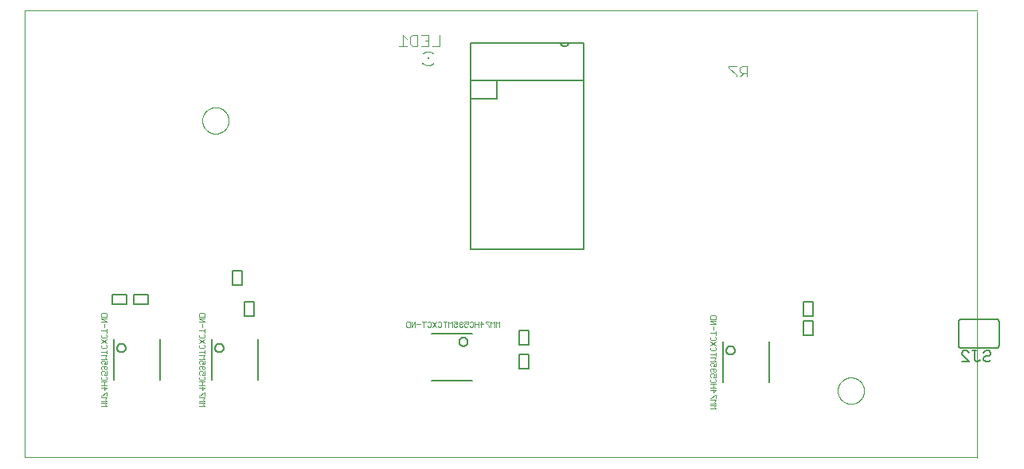
<source format=gbo>
G75*
%MOIN*%
%OFA0B0*%
%FSLAX25Y25*%
%IPPOS*%
%LPD*%
%AMOC8*
5,1,8,0,0,1.08239X$1,22.5*
%
%ADD10C,0.00000*%
%ADD11C,0.00400*%
%ADD12R,0.00787X0.00787*%
%ADD13R,0.00591X0.00984*%
%ADD14C,0.00600*%
%ADD15C,0.00200*%
%ADD16C,0.00500*%
D10*
X0001800Y0001200D02*
X0001800Y0188161D01*
X0400501Y0188161D01*
X0400661Y0187701D02*
X0400739Y0001000D01*
X0400501Y0001200D02*
X0001800Y0001200D01*
X0076288Y0142200D02*
X0076290Y0142348D01*
X0076296Y0142496D01*
X0076306Y0142644D01*
X0076320Y0142791D01*
X0076338Y0142938D01*
X0076359Y0143084D01*
X0076385Y0143230D01*
X0076415Y0143375D01*
X0076448Y0143519D01*
X0076486Y0143662D01*
X0076527Y0143804D01*
X0076572Y0143945D01*
X0076620Y0144085D01*
X0076673Y0144224D01*
X0076729Y0144361D01*
X0076789Y0144496D01*
X0076852Y0144630D01*
X0076919Y0144762D01*
X0076990Y0144892D01*
X0077064Y0145020D01*
X0077141Y0145146D01*
X0077222Y0145270D01*
X0077306Y0145392D01*
X0077393Y0145511D01*
X0077484Y0145628D01*
X0077578Y0145743D01*
X0077674Y0145855D01*
X0077774Y0145965D01*
X0077876Y0146071D01*
X0077982Y0146175D01*
X0078090Y0146276D01*
X0078201Y0146374D01*
X0078314Y0146470D01*
X0078430Y0146562D01*
X0078548Y0146651D01*
X0078669Y0146736D01*
X0078792Y0146819D01*
X0078917Y0146898D01*
X0079044Y0146974D01*
X0079173Y0147046D01*
X0079304Y0147115D01*
X0079437Y0147180D01*
X0079572Y0147241D01*
X0079708Y0147299D01*
X0079845Y0147354D01*
X0079984Y0147404D01*
X0080125Y0147451D01*
X0080266Y0147494D01*
X0080409Y0147534D01*
X0080553Y0147569D01*
X0080697Y0147601D01*
X0080843Y0147628D01*
X0080989Y0147652D01*
X0081136Y0147672D01*
X0081283Y0147688D01*
X0081430Y0147700D01*
X0081578Y0147708D01*
X0081726Y0147712D01*
X0081874Y0147712D01*
X0082022Y0147708D01*
X0082170Y0147700D01*
X0082317Y0147688D01*
X0082464Y0147672D01*
X0082611Y0147652D01*
X0082757Y0147628D01*
X0082903Y0147601D01*
X0083047Y0147569D01*
X0083191Y0147534D01*
X0083334Y0147494D01*
X0083475Y0147451D01*
X0083616Y0147404D01*
X0083755Y0147354D01*
X0083892Y0147299D01*
X0084028Y0147241D01*
X0084163Y0147180D01*
X0084296Y0147115D01*
X0084427Y0147046D01*
X0084556Y0146974D01*
X0084683Y0146898D01*
X0084808Y0146819D01*
X0084931Y0146736D01*
X0085052Y0146651D01*
X0085170Y0146562D01*
X0085286Y0146470D01*
X0085399Y0146374D01*
X0085510Y0146276D01*
X0085618Y0146175D01*
X0085724Y0146071D01*
X0085826Y0145965D01*
X0085926Y0145855D01*
X0086022Y0145743D01*
X0086116Y0145628D01*
X0086207Y0145511D01*
X0086294Y0145392D01*
X0086378Y0145270D01*
X0086459Y0145146D01*
X0086536Y0145020D01*
X0086610Y0144892D01*
X0086681Y0144762D01*
X0086748Y0144630D01*
X0086811Y0144496D01*
X0086871Y0144361D01*
X0086927Y0144224D01*
X0086980Y0144085D01*
X0087028Y0143945D01*
X0087073Y0143804D01*
X0087114Y0143662D01*
X0087152Y0143519D01*
X0087185Y0143375D01*
X0087215Y0143230D01*
X0087241Y0143084D01*
X0087262Y0142938D01*
X0087280Y0142791D01*
X0087294Y0142644D01*
X0087304Y0142496D01*
X0087310Y0142348D01*
X0087312Y0142200D01*
X0087310Y0142052D01*
X0087304Y0141904D01*
X0087294Y0141756D01*
X0087280Y0141609D01*
X0087262Y0141462D01*
X0087241Y0141316D01*
X0087215Y0141170D01*
X0087185Y0141025D01*
X0087152Y0140881D01*
X0087114Y0140738D01*
X0087073Y0140596D01*
X0087028Y0140455D01*
X0086980Y0140315D01*
X0086927Y0140176D01*
X0086871Y0140039D01*
X0086811Y0139904D01*
X0086748Y0139770D01*
X0086681Y0139638D01*
X0086610Y0139508D01*
X0086536Y0139380D01*
X0086459Y0139254D01*
X0086378Y0139130D01*
X0086294Y0139008D01*
X0086207Y0138889D01*
X0086116Y0138772D01*
X0086022Y0138657D01*
X0085926Y0138545D01*
X0085826Y0138435D01*
X0085724Y0138329D01*
X0085618Y0138225D01*
X0085510Y0138124D01*
X0085399Y0138026D01*
X0085286Y0137930D01*
X0085170Y0137838D01*
X0085052Y0137749D01*
X0084931Y0137664D01*
X0084808Y0137581D01*
X0084683Y0137502D01*
X0084556Y0137426D01*
X0084427Y0137354D01*
X0084296Y0137285D01*
X0084163Y0137220D01*
X0084028Y0137159D01*
X0083892Y0137101D01*
X0083755Y0137046D01*
X0083616Y0136996D01*
X0083475Y0136949D01*
X0083334Y0136906D01*
X0083191Y0136866D01*
X0083047Y0136831D01*
X0082903Y0136799D01*
X0082757Y0136772D01*
X0082611Y0136748D01*
X0082464Y0136728D01*
X0082317Y0136712D01*
X0082170Y0136700D01*
X0082022Y0136692D01*
X0081874Y0136688D01*
X0081726Y0136688D01*
X0081578Y0136692D01*
X0081430Y0136700D01*
X0081283Y0136712D01*
X0081136Y0136728D01*
X0080989Y0136748D01*
X0080843Y0136772D01*
X0080697Y0136799D01*
X0080553Y0136831D01*
X0080409Y0136866D01*
X0080266Y0136906D01*
X0080125Y0136949D01*
X0079984Y0136996D01*
X0079845Y0137046D01*
X0079708Y0137101D01*
X0079572Y0137159D01*
X0079437Y0137220D01*
X0079304Y0137285D01*
X0079173Y0137354D01*
X0079044Y0137426D01*
X0078917Y0137502D01*
X0078792Y0137581D01*
X0078669Y0137664D01*
X0078548Y0137749D01*
X0078430Y0137838D01*
X0078314Y0137930D01*
X0078201Y0138026D01*
X0078090Y0138124D01*
X0077982Y0138225D01*
X0077876Y0138329D01*
X0077774Y0138435D01*
X0077674Y0138545D01*
X0077578Y0138657D01*
X0077484Y0138772D01*
X0077393Y0138889D01*
X0077306Y0139008D01*
X0077222Y0139130D01*
X0077141Y0139254D01*
X0077064Y0139380D01*
X0076990Y0139508D01*
X0076919Y0139638D01*
X0076852Y0139770D01*
X0076789Y0139904D01*
X0076729Y0140039D01*
X0076673Y0140176D01*
X0076620Y0140315D01*
X0076572Y0140455D01*
X0076527Y0140596D01*
X0076486Y0140738D01*
X0076448Y0140881D01*
X0076415Y0141025D01*
X0076385Y0141170D01*
X0076359Y0141316D01*
X0076338Y0141462D01*
X0076320Y0141609D01*
X0076306Y0141756D01*
X0076296Y0141904D01*
X0076290Y0142052D01*
X0076288Y0142200D01*
X0342288Y0029100D02*
X0342290Y0029248D01*
X0342296Y0029396D01*
X0342306Y0029544D01*
X0342320Y0029691D01*
X0342338Y0029838D01*
X0342359Y0029984D01*
X0342385Y0030130D01*
X0342415Y0030275D01*
X0342448Y0030419D01*
X0342486Y0030562D01*
X0342527Y0030704D01*
X0342572Y0030845D01*
X0342620Y0030985D01*
X0342673Y0031124D01*
X0342729Y0031261D01*
X0342789Y0031396D01*
X0342852Y0031530D01*
X0342919Y0031662D01*
X0342990Y0031792D01*
X0343064Y0031920D01*
X0343141Y0032046D01*
X0343222Y0032170D01*
X0343306Y0032292D01*
X0343393Y0032411D01*
X0343484Y0032528D01*
X0343578Y0032643D01*
X0343674Y0032755D01*
X0343774Y0032865D01*
X0343876Y0032971D01*
X0343982Y0033075D01*
X0344090Y0033176D01*
X0344201Y0033274D01*
X0344314Y0033370D01*
X0344430Y0033462D01*
X0344548Y0033551D01*
X0344669Y0033636D01*
X0344792Y0033719D01*
X0344917Y0033798D01*
X0345044Y0033874D01*
X0345173Y0033946D01*
X0345304Y0034015D01*
X0345437Y0034080D01*
X0345572Y0034141D01*
X0345708Y0034199D01*
X0345845Y0034254D01*
X0345984Y0034304D01*
X0346125Y0034351D01*
X0346266Y0034394D01*
X0346409Y0034434D01*
X0346553Y0034469D01*
X0346697Y0034501D01*
X0346843Y0034528D01*
X0346989Y0034552D01*
X0347136Y0034572D01*
X0347283Y0034588D01*
X0347430Y0034600D01*
X0347578Y0034608D01*
X0347726Y0034612D01*
X0347874Y0034612D01*
X0348022Y0034608D01*
X0348170Y0034600D01*
X0348317Y0034588D01*
X0348464Y0034572D01*
X0348611Y0034552D01*
X0348757Y0034528D01*
X0348903Y0034501D01*
X0349047Y0034469D01*
X0349191Y0034434D01*
X0349334Y0034394D01*
X0349475Y0034351D01*
X0349616Y0034304D01*
X0349755Y0034254D01*
X0349892Y0034199D01*
X0350028Y0034141D01*
X0350163Y0034080D01*
X0350296Y0034015D01*
X0350427Y0033946D01*
X0350556Y0033874D01*
X0350683Y0033798D01*
X0350808Y0033719D01*
X0350931Y0033636D01*
X0351052Y0033551D01*
X0351170Y0033462D01*
X0351286Y0033370D01*
X0351399Y0033274D01*
X0351510Y0033176D01*
X0351618Y0033075D01*
X0351724Y0032971D01*
X0351826Y0032865D01*
X0351926Y0032755D01*
X0352022Y0032643D01*
X0352116Y0032528D01*
X0352207Y0032411D01*
X0352294Y0032292D01*
X0352378Y0032170D01*
X0352459Y0032046D01*
X0352536Y0031920D01*
X0352610Y0031792D01*
X0352681Y0031662D01*
X0352748Y0031530D01*
X0352811Y0031396D01*
X0352871Y0031261D01*
X0352927Y0031124D01*
X0352980Y0030985D01*
X0353028Y0030845D01*
X0353073Y0030704D01*
X0353114Y0030562D01*
X0353152Y0030419D01*
X0353185Y0030275D01*
X0353215Y0030130D01*
X0353241Y0029984D01*
X0353262Y0029838D01*
X0353280Y0029691D01*
X0353294Y0029544D01*
X0353304Y0029396D01*
X0353310Y0029248D01*
X0353312Y0029100D01*
X0353310Y0028952D01*
X0353304Y0028804D01*
X0353294Y0028656D01*
X0353280Y0028509D01*
X0353262Y0028362D01*
X0353241Y0028216D01*
X0353215Y0028070D01*
X0353185Y0027925D01*
X0353152Y0027781D01*
X0353114Y0027638D01*
X0353073Y0027496D01*
X0353028Y0027355D01*
X0352980Y0027215D01*
X0352927Y0027076D01*
X0352871Y0026939D01*
X0352811Y0026804D01*
X0352748Y0026670D01*
X0352681Y0026538D01*
X0352610Y0026408D01*
X0352536Y0026280D01*
X0352459Y0026154D01*
X0352378Y0026030D01*
X0352294Y0025908D01*
X0352207Y0025789D01*
X0352116Y0025672D01*
X0352022Y0025557D01*
X0351926Y0025445D01*
X0351826Y0025335D01*
X0351724Y0025229D01*
X0351618Y0025125D01*
X0351510Y0025024D01*
X0351399Y0024926D01*
X0351286Y0024830D01*
X0351170Y0024738D01*
X0351052Y0024649D01*
X0350931Y0024564D01*
X0350808Y0024481D01*
X0350683Y0024402D01*
X0350556Y0024326D01*
X0350427Y0024254D01*
X0350296Y0024185D01*
X0350163Y0024120D01*
X0350028Y0024059D01*
X0349892Y0024001D01*
X0349755Y0023946D01*
X0349616Y0023896D01*
X0349475Y0023849D01*
X0349334Y0023806D01*
X0349191Y0023766D01*
X0349047Y0023731D01*
X0348903Y0023699D01*
X0348757Y0023672D01*
X0348611Y0023648D01*
X0348464Y0023628D01*
X0348317Y0023612D01*
X0348170Y0023600D01*
X0348022Y0023592D01*
X0347874Y0023588D01*
X0347726Y0023588D01*
X0347578Y0023592D01*
X0347430Y0023600D01*
X0347283Y0023612D01*
X0347136Y0023628D01*
X0346989Y0023648D01*
X0346843Y0023672D01*
X0346697Y0023699D01*
X0346553Y0023731D01*
X0346409Y0023766D01*
X0346266Y0023806D01*
X0346125Y0023849D01*
X0345984Y0023896D01*
X0345845Y0023946D01*
X0345708Y0024001D01*
X0345572Y0024059D01*
X0345437Y0024120D01*
X0345304Y0024185D01*
X0345173Y0024254D01*
X0345044Y0024326D01*
X0344917Y0024402D01*
X0344792Y0024481D01*
X0344669Y0024564D01*
X0344548Y0024649D01*
X0344430Y0024738D01*
X0344314Y0024830D01*
X0344201Y0024926D01*
X0344090Y0025024D01*
X0343982Y0025125D01*
X0343876Y0025229D01*
X0343774Y0025335D01*
X0343674Y0025445D01*
X0343578Y0025557D01*
X0343484Y0025672D01*
X0343393Y0025789D01*
X0343306Y0025908D01*
X0343222Y0026030D01*
X0343141Y0026154D01*
X0343064Y0026280D01*
X0342990Y0026408D01*
X0342919Y0026538D01*
X0342852Y0026670D01*
X0342789Y0026804D01*
X0342729Y0026939D01*
X0342673Y0027076D01*
X0342620Y0027215D01*
X0342572Y0027355D01*
X0342527Y0027496D01*
X0342486Y0027638D01*
X0342448Y0027781D01*
X0342415Y0027925D01*
X0342385Y0028070D01*
X0342359Y0028216D01*
X0342338Y0028362D01*
X0342320Y0028509D01*
X0342306Y0028656D01*
X0342296Y0028804D01*
X0342290Y0028952D01*
X0342288Y0029100D01*
D11*
X0304408Y0160500D02*
X0304408Y0165104D01*
X0302106Y0165104D01*
X0301339Y0164337D01*
X0301339Y0162802D01*
X0302106Y0162035D01*
X0304408Y0162035D01*
X0302873Y0162035D02*
X0301339Y0160500D01*
X0299804Y0160500D02*
X0299804Y0161267D01*
X0296735Y0164337D01*
X0296735Y0165104D01*
X0299804Y0165104D01*
X0175600Y0173400D02*
X0172531Y0173400D01*
X0170996Y0173400D02*
X0167927Y0173400D01*
X0166392Y0173400D02*
X0164090Y0173400D01*
X0163323Y0174167D01*
X0163323Y0177237D01*
X0164090Y0178004D01*
X0166392Y0178004D01*
X0166392Y0173400D01*
X0169461Y0175702D02*
X0170996Y0175702D01*
X0170996Y0178004D02*
X0170996Y0173400D01*
X0175600Y0173400D02*
X0175600Y0178004D01*
X0170996Y0178004D02*
X0167927Y0178004D01*
X0161788Y0176469D02*
X0160254Y0178004D01*
X0160254Y0173400D01*
X0161788Y0173400D02*
X0158719Y0173400D01*
X0168635Y0170168D02*
X0168708Y0170245D01*
X0168783Y0170320D01*
X0168861Y0170391D01*
X0168942Y0170460D01*
X0169025Y0170526D01*
X0169110Y0170589D01*
X0169198Y0170648D01*
X0169287Y0170705D01*
X0169379Y0170758D01*
X0169473Y0170808D01*
X0169568Y0170854D01*
X0169665Y0170897D01*
X0169763Y0170936D01*
X0169863Y0170972D01*
X0169964Y0171004D01*
X0170066Y0171032D01*
X0170169Y0171057D01*
X0170273Y0171078D01*
X0170378Y0171095D01*
X0170483Y0171109D01*
X0170588Y0171118D01*
X0170694Y0171124D01*
X0170800Y0171126D01*
X0170906Y0171124D01*
X0171012Y0171118D01*
X0171117Y0171109D01*
X0171222Y0171095D01*
X0171327Y0171078D01*
X0171431Y0171057D01*
X0171534Y0171032D01*
X0171636Y0171004D01*
X0171737Y0170972D01*
X0171837Y0170936D01*
X0171935Y0170897D01*
X0172032Y0170854D01*
X0172127Y0170808D01*
X0172221Y0170758D01*
X0172313Y0170705D01*
X0172402Y0170648D01*
X0172490Y0170589D01*
X0172575Y0170526D01*
X0172658Y0170460D01*
X0172739Y0170391D01*
X0172817Y0170320D01*
X0172892Y0170245D01*
X0172965Y0170168D01*
X0172965Y0166232D02*
X0172892Y0166155D01*
X0172817Y0166080D01*
X0172739Y0166009D01*
X0172658Y0165940D01*
X0172575Y0165874D01*
X0172490Y0165811D01*
X0172402Y0165752D01*
X0172313Y0165695D01*
X0172221Y0165642D01*
X0172127Y0165592D01*
X0172032Y0165546D01*
X0171935Y0165503D01*
X0171837Y0165464D01*
X0171737Y0165428D01*
X0171636Y0165396D01*
X0171534Y0165368D01*
X0171431Y0165343D01*
X0171327Y0165322D01*
X0171222Y0165305D01*
X0171117Y0165291D01*
X0171012Y0165282D01*
X0170906Y0165276D01*
X0170800Y0165274D01*
X0170694Y0165276D01*
X0170588Y0165282D01*
X0170483Y0165291D01*
X0170378Y0165305D01*
X0170273Y0165322D01*
X0170169Y0165343D01*
X0170066Y0165368D01*
X0169964Y0165396D01*
X0169863Y0165428D01*
X0169763Y0165464D01*
X0169665Y0165503D01*
X0169568Y0165546D01*
X0169473Y0165592D01*
X0169379Y0165642D01*
X0169287Y0165695D01*
X0169198Y0165752D01*
X0169110Y0165811D01*
X0169025Y0165874D01*
X0168942Y0165940D01*
X0168861Y0166009D01*
X0168783Y0166080D01*
X0168708Y0166155D01*
X0168635Y0166232D01*
D12*
X0170800Y0168200D03*
D13*
X0168733Y0165936D03*
D14*
X0393800Y0059100D02*
X0408800Y0059100D01*
X0408860Y0059098D01*
X0408921Y0059093D01*
X0408980Y0059084D01*
X0409039Y0059071D01*
X0409098Y0059055D01*
X0409155Y0059035D01*
X0409210Y0059012D01*
X0409265Y0058985D01*
X0409317Y0058956D01*
X0409368Y0058923D01*
X0409417Y0058887D01*
X0409463Y0058849D01*
X0409507Y0058807D01*
X0409549Y0058763D01*
X0409587Y0058717D01*
X0409623Y0058668D01*
X0409656Y0058617D01*
X0409685Y0058565D01*
X0409712Y0058510D01*
X0409735Y0058455D01*
X0409755Y0058398D01*
X0409771Y0058339D01*
X0409784Y0058280D01*
X0409793Y0058221D01*
X0409798Y0058160D01*
X0409800Y0058100D01*
X0409800Y0048100D01*
X0409798Y0048040D01*
X0409793Y0047979D01*
X0409784Y0047920D01*
X0409771Y0047861D01*
X0409755Y0047802D01*
X0409735Y0047745D01*
X0409712Y0047690D01*
X0409685Y0047635D01*
X0409656Y0047583D01*
X0409623Y0047532D01*
X0409587Y0047483D01*
X0409549Y0047437D01*
X0409507Y0047393D01*
X0409463Y0047351D01*
X0409417Y0047313D01*
X0409368Y0047277D01*
X0409317Y0047244D01*
X0409265Y0047215D01*
X0409210Y0047188D01*
X0409155Y0047165D01*
X0409098Y0047145D01*
X0409039Y0047129D01*
X0408980Y0047116D01*
X0408921Y0047107D01*
X0408860Y0047102D01*
X0408800Y0047100D01*
X0393800Y0047100D01*
X0393740Y0047102D01*
X0393679Y0047107D01*
X0393620Y0047116D01*
X0393561Y0047129D01*
X0393502Y0047145D01*
X0393445Y0047165D01*
X0393390Y0047188D01*
X0393335Y0047215D01*
X0393283Y0047244D01*
X0393232Y0047277D01*
X0393183Y0047313D01*
X0393137Y0047351D01*
X0393093Y0047393D01*
X0393051Y0047437D01*
X0393013Y0047483D01*
X0392977Y0047532D01*
X0392944Y0047583D01*
X0392915Y0047635D01*
X0392888Y0047690D01*
X0392865Y0047745D01*
X0392845Y0047802D01*
X0392829Y0047861D01*
X0392816Y0047920D01*
X0392807Y0047979D01*
X0392802Y0048040D01*
X0392800Y0048100D01*
X0392800Y0058100D01*
X0392802Y0058160D01*
X0392807Y0058221D01*
X0392816Y0058280D01*
X0392829Y0058339D01*
X0392845Y0058398D01*
X0392865Y0058455D01*
X0392888Y0058510D01*
X0392915Y0058565D01*
X0392944Y0058617D01*
X0392977Y0058668D01*
X0393013Y0058717D01*
X0393051Y0058763D01*
X0393093Y0058807D01*
X0393137Y0058849D01*
X0393183Y0058887D01*
X0393232Y0058923D01*
X0393283Y0058956D01*
X0393335Y0058985D01*
X0393390Y0059012D01*
X0393445Y0059035D01*
X0393502Y0059055D01*
X0393561Y0059071D01*
X0393620Y0059084D01*
X0393679Y0059093D01*
X0393740Y0059098D01*
X0393800Y0059100D01*
X0313602Y0049794D02*
X0313602Y0032705D01*
X0294097Y0032705D02*
X0294097Y0049794D01*
X0295600Y0046000D02*
X0295602Y0046084D01*
X0295608Y0046169D01*
X0295618Y0046252D01*
X0295632Y0046336D01*
X0295649Y0046418D01*
X0295671Y0046500D01*
X0295696Y0046580D01*
X0295725Y0046659D01*
X0295758Y0046737D01*
X0295794Y0046813D01*
X0295834Y0046888D01*
X0295878Y0046960D01*
X0295924Y0047031D01*
X0295974Y0047099D01*
X0296027Y0047164D01*
X0296083Y0047227D01*
X0296142Y0047288D01*
X0296204Y0047345D01*
X0296268Y0047400D01*
X0296335Y0047451D01*
X0296404Y0047500D01*
X0296476Y0047545D01*
X0296549Y0047586D01*
X0296624Y0047624D01*
X0296701Y0047659D01*
X0296780Y0047690D01*
X0296860Y0047717D01*
X0296941Y0047740D01*
X0297023Y0047760D01*
X0297106Y0047776D01*
X0297189Y0047788D01*
X0297274Y0047796D01*
X0297358Y0047800D01*
X0297442Y0047800D01*
X0297526Y0047796D01*
X0297611Y0047788D01*
X0297694Y0047776D01*
X0297777Y0047760D01*
X0297859Y0047740D01*
X0297940Y0047717D01*
X0298020Y0047690D01*
X0298099Y0047659D01*
X0298176Y0047624D01*
X0298251Y0047586D01*
X0298324Y0047545D01*
X0298396Y0047500D01*
X0298465Y0047451D01*
X0298532Y0047400D01*
X0298596Y0047345D01*
X0298658Y0047288D01*
X0298717Y0047227D01*
X0298773Y0047164D01*
X0298826Y0047099D01*
X0298876Y0047031D01*
X0298922Y0046960D01*
X0298966Y0046888D01*
X0299006Y0046813D01*
X0299042Y0046737D01*
X0299075Y0046659D01*
X0299104Y0046580D01*
X0299129Y0046500D01*
X0299151Y0046418D01*
X0299168Y0046336D01*
X0299182Y0046252D01*
X0299192Y0046169D01*
X0299198Y0046084D01*
X0299200Y0046000D01*
X0299198Y0045916D01*
X0299192Y0045831D01*
X0299182Y0045748D01*
X0299168Y0045664D01*
X0299151Y0045582D01*
X0299129Y0045500D01*
X0299104Y0045420D01*
X0299075Y0045341D01*
X0299042Y0045263D01*
X0299006Y0045187D01*
X0298966Y0045112D01*
X0298922Y0045040D01*
X0298876Y0044969D01*
X0298826Y0044901D01*
X0298773Y0044836D01*
X0298717Y0044773D01*
X0298658Y0044712D01*
X0298596Y0044655D01*
X0298532Y0044600D01*
X0298465Y0044549D01*
X0298396Y0044500D01*
X0298324Y0044455D01*
X0298251Y0044414D01*
X0298176Y0044376D01*
X0298099Y0044341D01*
X0298020Y0044310D01*
X0297940Y0044283D01*
X0297859Y0044260D01*
X0297777Y0044240D01*
X0297694Y0044224D01*
X0297611Y0044212D01*
X0297526Y0044204D01*
X0297442Y0044200D01*
X0297358Y0044200D01*
X0297274Y0044204D01*
X0297189Y0044212D01*
X0297106Y0044224D01*
X0297023Y0044240D01*
X0296941Y0044260D01*
X0296860Y0044283D01*
X0296780Y0044310D01*
X0296701Y0044341D01*
X0296624Y0044376D01*
X0296549Y0044414D01*
X0296476Y0044455D01*
X0296404Y0044500D01*
X0296335Y0044549D01*
X0296268Y0044600D01*
X0296204Y0044655D01*
X0296142Y0044712D01*
X0296083Y0044773D01*
X0296027Y0044836D01*
X0295974Y0044901D01*
X0295924Y0044969D01*
X0295878Y0045040D01*
X0295834Y0045112D01*
X0295794Y0045187D01*
X0295758Y0045263D01*
X0295725Y0045341D01*
X0295696Y0045420D01*
X0295671Y0045500D01*
X0295649Y0045582D01*
X0295632Y0045664D01*
X0295618Y0045748D01*
X0295608Y0045831D01*
X0295602Y0045916D01*
X0295600Y0046000D01*
X0189394Y0052903D02*
X0172305Y0052903D01*
X0183800Y0049600D02*
X0183802Y0049684D01*
X0183808Y0049769D01*
X0183818Y0049852D01*
X0183832Y0049936D01*
X0183849Y0050018D01*
X0183871Y0050100D01*
X0183896Y0050180D01*
X0183925Y0050259D01*
X0183958Y0050337D01*
X0183994Y0050413D01*
X0184034Y0050488D01*
X0184078Y0050560D01*
X0184124Y0050631D01*
X0184174Y0050699D01*
X0184227Y0050764D01*
X0184283Y0050827D01*
X0184342Y0050888D01*
X0184404Y0050945D01*
X0184468Y0051000D01*
X0184535Y0051051D01*
X0184604Y0051100D01*
X0184676Y0051145D01*
X0184749Y0051186D01*
X0184824Y0051224D01*
X0184901Y0051259D01*
X0184980Y0051290D01*
X0185060Y0051317D01*
X0185141Y0051340D01*
X0185223Y0051360D01*
X0185306Y0051376D01*
X0185389Y0051388D01*
X0185474Y0051396D01*
X0185558Y0051400D01*
X0185642Y0051400D01*
X0185726Y0051396D01*
X0185811Y0051388D01*
X0185894Y0051376D01*
X0185977Y0051360D01*
X0186059Y0051340D01*
X0186140Y0051317D01*
X0186220Y0051290D01*
X0186299Y0051259D01*
X0186376Y0051224D01*
X0186451Y0051186D01*
X0186524Y0051145D01*
X0186596Y0051100D01*
X0186665Y0051051D01*
X0186732Y0051000D01*
X0186796Y0050945D01*
X0186858Y0050888D01*
X0186917Y0050827D01*
X0186973Y0050764D01*
X0187026Y0050699D01*
X0187076Y0050631D01*
X0187122Y0050560D01*
X0187166Y0050488D01*
X0187206Y0050413D01*
X0187242Y0050337D01*
X0187275Y0050259D01*
X0187304Y0050180D01*
X0187329Y0050100D01*
X0187351Y0050018D01*
X0187368Y0049936D01*
X0187382Y0049852D01*
X0187392Y0049769D01*
X0187398Y0049684D01*
X0187400Y0049600D01*
X0187398Y0049516D01*
X0187392Y0049431D01*
X0187382Y0049348D01*
X0187368Y0049264D01*
X0187351Y0049182D01*
X0187329Y0049100D01*
X0187304Y0049020D01*
X0187275Y0048941D01*
X0187242Y0048863D01*
X0187206Y0048787D01*
X0187166Y0048712D01*
X0187122Y0048640D01*
X0187076Y0048569D01*
X0187026Y0048501D01*
X0186973Y0048436D01*
X0186917Y0048373D01*
X0186858Y0048312D01*
X0186796Y0048255D01*
X0186732Y0048200D01*
X0186665Y0048149D01*
X0186596Y0048100D01*
X0186524Y0048055D01*
X0186451Y0048014D01*
X0186376Y0047976D01*
X0186299Y0047941D01*
X0186220Y0047910D01*
X0186140Y0047883D01*
X0186059Y0047860D01*
X0185977Y0047840D01*
X0185894Y0047824D01*
X0185811Y0047812D01*
X0185726Y0047804D01*
X0185642Y0047800D01*
X0185558Y0047800D01*
X0185474Y0047804D01*
X0185389Y0047812D01*
X0185306Y0047824D01*
X0185223Y0047840D01*
X0185141Y0047860D01*
X0185060Y0047883D01*
X0184980Y0047910D01*
X0184901Y0047941D01*
X0184824Y0047976D01*
X0184749Y0048014D01*
X0184676Y0048055D01*
X0184604Y0048100D01*
X0184535Y0048149D01*
X0184468Y0048200D01*
X0184404Y0048255D01*
X0184342Y0048312D01*
X0184283Y0048373D01*
X0184227Y0048436D01*
X0184174Y0048501D01*
X0184124Y0048569D01*
X0184078Y0048640D01*
X0184034Y0048712D01*
X0183994Y0048787D01*
X0183958Y0048863D01*
X0183925Y0048941D01*
X0183896Y0049020D01*
X0183871Y0049100D01*
X0183849Y0049182D01*
X0183832Y0049264D01*
X0183818Y0049348D01*
X0183808Y0049431D01*
X0183802Y0049516D01*
X0183800Y0049600D01*
X0189394Y0033398D02*
X0172305Y0033398D01*
X0099602Y0033705D02*
X0099602Y0050794D01*
X0081600Y0047000D02*
X0081602Y0047084D01*
X0081608Y0047169D01*
X0081618Y0047252D01*
X0081632Y0047336D01*
X0081649Y0047418D01*
X0081671Y0047500D01*
X0081696Y0047580D01*
X0081725Y0047659D01*
X0081758Y0047737D01*
X0081794Y0047813D01*
X0081834Y0047888D01*
X0081878Y0047960D01*
X0081924Y0048031D01*
X0081974Y0048099D01*
X0082027Y0048164D01*
X0082083Y0048227D01*
X0082142Y0048288D01*
X0082204Y0048345D01*
X0082268Y0048400D01*
X0082335Y0048451D01*
X0082404Y0048500D01*
X0082476Y0048545D01*
X0082549Y0048586D01*
X0082624Y0048624D01*
X0082701Y0048659D01*
X0082780Y0048690D01*
X0082860Y0048717D01*
X0082941Y0048740D01*
X0083023Y0048760D01*
X0083106Y0048776D01*
X0083189Y0048788D01*
X0083274Y0048796D01*
X0083358Y0048800D01*
X0083442Y0048800D01*
X0083526Y0048796D01*
X0083611Y0048788D01*
X0083694Y0048776D01*
X0083777Y0048760D01*
X0083859Y0048740D01*
X0083940Y0048717D01*
X0084020Y0048690D01*
X0084099Y0048659D01*
X0084176Y0048624D01*
X0084251Y0048586D01*
X0084324Y0048545D01*
X0084396Y0048500D01*
X0084465Y0048451D01*
X0084532Y0048400D01*
X0084596Y0048345D01*
X0084658Y0048288D01*
X0084717Y0048227D01*
X0084773Y0048164D01*
X0084826Y0048099D01*
X0084876Y0048031D01*
X0084922Y0047960D01*
X0084966Y0047888D01*
X0085006Y0047813D01*
X0085042Y0047737D01*
X0085075Y0047659D01*
X0085104Y0047580D01*
X0085129Y0047500D01*
X0085151Y0047418D01*
X0085168Y0047336D01*
X0085182Y0047252D01*
X0085192Y0047169D01*
X0085198Y0047084D01*
X0085200Y0047000D01*
X0085198Y0046916D01*
X0085192Y0046831D01*
X0085182Y0046748D01*
X0085168Y0046664D01*
X0085151Y0046582D01*
X0085129Y0046500D01*
X0085104Y0046420D01*
X0085075Y0046341D01*
X0085042Y0046263D01*
X0085006Y0046187D01*
X0084966Y0046112D01*
X0084922Y0046040D01*
X0084876Y0045969D01*
X0084826Y0045901D01*
X0084773Y0045836D01*
X0084717Y0045773D01*
X0084658Y0045712D01*
X0084596Y0045655D01*
X0084532Y0045600D01*
X0084465Y0045549D01*
X0084396Y0045500D01*
X0084324Y0045455D01*
X0084251Y0045414D01*
X0084176Y0045376D01*
X0084099Y0045341D01*
X0084020Y0045310D01*
X0083940Y0045283D01*
X0083859Y0045260D01*
X0083777Y0045240D01*
X0083694Y0045224D01*
X0083611Y0045212D01*
X0083526Y0045204D01*
X0083442Y0045200D01*
X0083358Y0045200D01*
X0083274Y0045204D01*
X0083189Y0045212D01*
X0083106Y0045224D01*
X0083023Y0045240D01*
X0082941Y0045260D01*
X0082860Y0045283D01*
X0082780Y0045310D01*
X0082701Y0045341D01*
X0082624Y0045376D01*
X0082549Y0045414D01*
X0082476Y0045455D01*
X0082404Y0045500D01*
X0082335Y0045549D01*
X0082268Y0045600D01*
X0082204Y0045655D01*
X0082142Y0045712D01*
X0082083Y0045773D01*
X0082027Y0045836D01*
X0081974Y0045901D01*
X0081924Y0045969D01*
X0081878Y0046040D01*
X0081834Y0046112D01*
X0081794Y0046187D01*
X0081758Y0046263D01*
X0081725Y0046341D01*
X0081696Y0046420D01*
X0081671Y0046500D01*
X0081649Y0046582D01*
X0081632Y0046664D01*
X0081618Y0046748D01*
X0081608Y0046831D01*
X0081602Y0046916D01*
X0081600Y0047000D01*
X0080097Y0050794D02*
X0080097Y0033705D01*
X0058602Y0033705D02*
X0058602Y0050794D01*
X0040600Y0047000D02*
X0040602Y0047084D01*
X0040608Y0047169D01*
X0040618Y0047252D01*
X0040632Y0047336D01*
X0040649Y0047418D01*
X0040671Y0047500D01*
X0040696Y0047580D01*
X0040725Y0047659D01*
X0040758Y0047737D01*
X0040794Y0047813D01*
X0040834Y0047888D01*
X0040878Y0047960D01*
X0040924Y0048031D01*
X0040974Y0048099D01*
X0041027Y0048164D01*
X0041083Y0048227D01*
X0041142Y0048288D01*
X0041204Y0048345D01*
X0041268Y0048400D01*
X0041335Y0048451D01*
X0041404Y0048500D01*
X0041476Y0048545D01*
X0041549Y0048586D01*
X0041624Y0048624D01*
X0041701Y0048659D01*
X0041780Y0048690D01*
X0041860Y0048717D01*
X0041941Y0048740D01*
X0042023Y0048760D01*
X0042106Y0048776D01*
X0042189Y0048788D01*
X0042274Y0048796D01*
X0042358Y0048800D01*
X0042442Y0048800D01*
X0042526Y0048796D01*
X0042611Y0048788D01*
X0042694Y0048776D01*
X0042777Y0048760D01*
X0042859Y0048740D01*
X0042940Y0048717D01*
X0043020Y0048690D01*
X0043099Y0048659D01*
X0043176Y0048624D01*
X0043251Y0048586D01*
X0043324Y0048545D01*
X0043396Y0048500D01*
X0043465Y0048451D01*
X0043532Y0048400D01*
X0043596Y0048345D01*
X0043658Y0048288D01*
X0043717Y0048227D01*
X0043773Y0048164D01*
X0043826Y0048099D01*
X0043876Y0048031D01*
X0043922Y0047960D01*
X0043966Y0047888D01*
X0044006Y0047813D01*
X0044042Y0047737D01*
X0044075Y0047659D01*
X0044104Y0047580D01*
X0044129Y0047500D01*
X0044151Y0047418D01*
X0044168Y0047336D01*
X0044182Y0047252D01*
X0044192Y0047169D01*
X0044198Y0047084D01*
X0044200Y0047000D01*
X0044198Y0046916D01*
X0044192Y0046831D01*
X0044182Y0046748D01*
X0044168Y0046664D01*
X0044151Y0046582D01*
X0044129Y0046500D01*
X0044104Y0046420D01*
X0044075Y0046341D01*
X0044042Y0046263D01*
X0044006Y0046187D01*
X0043966Y0046112D01*
X0043922Y0046040D01*
X0043876Y0045969D01*
X0043826Y0045901D01*
X0043773Y0045836D01*
X0043717Y0045773D01*
X0043658Y0045712D01*
X0043596Y0045655D01*
X0043532Y0045600D01*
X0043465Y0045549D01*
X0043396Y0045500D01*
X0043324Y0045455D01*
X0043251Y0045414D01*
X0043176Y0045376D01*
X0043099Y0045341D01*
X0043020Y0045310D01*
X0042940Y0045283D01*
X0042859Y0045260D01*
X0042777Y0045240D01*
X0042694Y0045224D01*
X0042611Y0045212D01*
X0042526Y0045204D01*
X0042442Y0045200D01*
X0042358Y0045200D01*
X0042274Y0045204D01*
X0042189Y0045212D01*
X0042106Y0045224D01*
X0042023Y0045240D01*
X0041941Y0045260D01*
X0041860Y0045283D01*
X0041780Y0045310D01*
X0041701Y0045341D01*
X0041624Y0045376D01*
X0041549Y0045414D01*
X0041476Y0045455D01*
X0041404Y0045500D01*
X0041335Y0045549D01*
X0041268Y0045600D01*
X0041204Y0045655D01*
X0041142Y0045712D01*
X0041083Y0045773D01*
X0041027Y0045836D01*
X0040974Y0045901D01*
X0040924Y0045969D01*
X0040878Y0046040D01*
X0040834Y0046112D01*
X0040794Y0046187D01*
X0040758Y0046263D01*
X0040725Y0046341D01*
X0040696Y0046420D01*
X0040671Y0046500D01*
X0040649Y0046582D01*
X0040632Y0046664D01*
X0040618Y0046748D01*
X0040608Y0046831D01*
X0040602Y0046916D01*
X0040600Y0047000D01*
X0039097Y0050794D02*
X0039097Y0033705D01*
D15*
X0036202Y0033938D02*
X0036202Y0034672D01*
X0035835Y0035039D01*
X0036202Y0035781D02*
X0035101Y0035781D01*
X0035468Y0036515D01*
X0035468Y0036882D01*
X0035101Y0037249D01*
X0034367Y0037249D01*
X0034000Y0036882D01*
X0034000Y0036148D01*
X0034367Y0035781D01*
X0034367Y0035039D02*
X0034000Y0034672D01*
X0034000Y0033938D01*
X0034367Y0033571D01*
X0035835Y0033571D01*
X0036202Y0033938D01*
X0036202Y0032829D02*
X0034000Y0032829D01*
X0035101Y0032829D02*
X0035101Y0031362D01*
X0035101Y0030620D02*
X0035101Y0029152D01*
X0036202Y0030253D01*
X0034000Y0030253D01*
X0034000Y0031362D02*
X0036202Y0031362D01*
X0036202Y0028410D02*
X0035835Y0028410D01*
X0034367Y0026942D01*
X0034000Y0026942D01*
X0034000Y0026200D02*
X0036202Y0026200D01*
X0035468Y0025466D01*
X0036202Y0024732D01*
X0034000Y0024732D01*
X0034000Y0023990D02*
X0036202Y0023990D01*
X0035468Y0023256D01*
X0036202Y0022522D01*
X0034000Y0022522D01*
X0036202Y0026942D02*
X0036202Y0028410D01*
X0036202Y0035781D02*
X0036202Y0037249D01*
X0035835Y0037991D02*
X0035468Y0037991D01*
X0035101Y0038358D01*
X0035101Y0039459D01*
X0035835Y0039459D02*
X0036202Y0039092D01*
X0036202Y0038358D01*
X0035835Y0037991D01*
X0034367Y0037991D02*
X0034000Y0038358D01*
X0034000Y0039092D01*
X0034367Y0039459D01*
X0035835Y0039459D01*
X0036202Y0040201D02*
X0035101Y0040201D01*
X0035468Y0040935D01*
X0035468Y0041302D01*
X0035101Y0041669D01*
X0034367Y0041669D01*
X0034000Y0041302D01*
X0034000Y0040568D01*
X0034367Y0040201D01*
X0036202Y0040201D02*
X0036202Y0041669D01*
X0036202Y0042411D02*
X0035468Y0043145D01*
X0036202Y0043879D01*
X0034000Y0043879D01*
X0034000Y0042411D02*
X0036202Y0042411D01*
X0036202Y0044621D02*
X0036202Y0046089D01*
X0036202Y0045355D02*
X0034000Y0045355D01*
X0034367Y0046831D02*
X0034000Y0047198D01*
X0034000Y0047932D01*
X0034367Y0048299D01*
X0034000Y0049041D02*
X0036202Y0050508D01*
X0035835Y0051250D02*
X0034367Y0051250D01*
X0034000Y0051617D01*
X0034000Y0052351D01*
X0034367Y0052718D01*
X0035835Y0052718D02*
X0036202Y0052351D01*
X0036202Y0051617D01*
X0035835Y0051250D01*
X0034000Y0050508D02*
X0036202Y0049041D01*
X0035835Y0048299D02*
X0036202Y0047932D01*
X0036202Y0047198D01*
X0035835Y0046831D01*
X0034367Y0046831D01*
X0036202Y0053460D02*
X0036202Y0054928D01*
X0036202Y0054194D02*
X0034000Y0054194D01*
X0035101Y0055670D02*
X0035101Y0057138D01*
X0036202Y0057880D02*
X0034000Y0059348D01*
X0036202Y0059348D01*
X0036202Y0060090D02*
X0036202Y0061191D01*
X0035835Y0061558D01*
X0034367Y0061558D01*
X0034000Y0061191D01*
X0034000Y0060090D01*
X0036202Y0060090D01*
X0036202Y0057880D02*
X0034000Y0057880D01*
X0075000Y0057880D02*
X0077202Y0057880D01*
X0075000Y0059348D01*
X0077202Y0059348D01*
X0077202Y0060090D02*
X0077202Y0061191D01*
X0076835Y0061558D01*
X0075367Y0061558D01*
X0075000Y0061191D01*
X0075000Y0060090D01*
X0077202Y0060090D01*
X0076101Y0057138D02*
X0076101Y0055670D01*
X0077202Y0054928D02*
X0077202Y0053460D01*
X0077202Y0054194D02*
X0075000Y0054194D01*
X0075367Y0052718D02*
X0075000Y0052351D01*
X0075000Y0051617D01*
X0075367Y0051250D01*
X0076835Y0051250D01*
X0077202Y0051617D01*
X0077202Y0052351D01*
X0076835Y0052718D01*
X0077202Y0050508D02*
X0075000Y0049041D01*
X0075367Y0048299D02*
X0075000Y0047932D01*
X0075000Y0047198D01*
X0075367Y0046831D01*
X0076835Y0046831D01*
X0077202Y0047198D01*
X0077202Y0047932D01*
X0076835Y0048299D01*
X0077202Y0049041D02*
X0075000Y0050508D01*
X0077202Y0046089D02*
X0077202Y0044621D01*
X0077202Y0045355D02*
X0075000Y0045355D01*
X0075000Y0043879D02*
X0077202Y0043879D01*
X0076468Y0043145D01*
X0077202Y0042411D01*
X0075000Y0042411D01*
X0075367Y0041669D02*
X0075000Y0041302D01*
X0075000Y0040568D01*
X0075367Y0040201D01*
X0076101Y0040201D02*
X0076468Y0040935D01*
X0076468Y0041302D01*
X0076101Y0041669D01*
X0075367Y0041669D01*
X0076101Y0040201D02*
X0077202Y0040201D01*
X0077202Y0041669D01*
X0076835Y0039459D02*
X0077202Y0039092D01*
X0077202Y0038358D01*
X0076835Y0037991D01*
X0076468Y0037991D01*
X0076101Y0038358D01*
X0076101Y0039459D01*
X0075367Y0039459D02*
X0076835Y0039459D01*
X0075367Y0039459D02*
X0075000Y0039092D01*
X0075000Y0038358D01*
X0075367Y0037991D01*
X0075367Y0037249D02*
X0075000Y0036882D01*
X0075000Y0036148D01*
X0075367Y0035781D01*
X0076101Y0035781D02*
X0076468Y0036515D01*
X0076468Y0036882D01*
X0076101Y0037249D01*
X0075367Y0037249D01*
X0076101Y0035781D02*
X0077202Y0035781D01*
X0077202Y0037249D01*
X0076835Y0035039D02*
X0077202Y0034672D01*
X0077202Y0033938D01*
X0076835Y0033571D01*
X0075367Y0033571D01*
X0075000Y0033938D01*
X0075000Y0034672D01*
X0075367Y0035039D01*
X0075000Y0032829D02*
X0077202Y0032829D01*
X0076101Y0032829D02*
X0076101Y0031362D01*
X0076101Y0030620D02*
X0076101Y0029152D01*
X0077202Y0030253D01*
X0075000Y0030253D01*
X0075000Y0031362D02*
X0077202Y0031362D01*
X0077202Y0028410D02*
X0076835Y0028410D01*
X0075367Y0026942D01*
X0075000Y0026942D01*
X0075000Y0026200D02*
X0077202Y0026200D01*
X0076468Y0025466D01*
X0077202Y0024732D01*
X0075000Y0024732D01*
X0075000Y0023990D02*
X0077202Y0023990D01*
X0076468Y0023256D01*
X0077202Y0022522D01*
X0075000Y0022522D01*
X0077202Y0026942D02*
X0077202Y0028410D01*
X0161664Y0056167D02*
X0161664Y0057635D01*
X0162031Y0058002D01*
X0163132Y0058002D01*
X0163132Y0055800D01*
X0162031Y0055800D01*
X0161664Y0056167D01*
X0163874Y0055800D02*
X0163874Y0058002D01*
X0165342Y0058002D02*
X0163874Y0055800D01*
X0165342Y0055800D02*
X0165342Y0058002D01*
X0166084Y0056901D02*
X0167552Y0056901D01*
X0168294Y0058002D02*
X0169762Y0058002D01*
X0169028Y0058002D02*
X0169028Y0055800D01*
X0170504Y0056167D02*
X0170871Y0055800D01*
X0171605Y0055800D01*
X0171972Y0056167D01*
X0171972Y0057635D01*
X0171605Y0058002D01*
X0170871Y0058002D01*
X0170504Y0057635D01*
X0172714Y0058002D02*
X0174181Y0055800D01*
X0174923Y0056167D02*
X0175290Y0055800D01*
X0176024Y0055800D01*
X0176391Y0056167D01*
X0176391Y0057635D01*
X0176024Y0058002D01*
X0175290Y0058002D01*
X0174923Y0057635D01*
X0174181Y0058002D02*
X0172714Y0055800D01*
X0177133Y0058002D02*
X0178601Y0058002D01*
X0177867Y0058002D02*
X0177867Y0055800D01*
X0179343Y0055800D02*
X0179343Y0058002D01*
X0180077Y0057268D01*
X0180811Y0058002D01*
X0180811Y0055800D01*
X0181553Y0056167D02*
X0181553Y0056901D01*
X0181920Y0057268D01*
X0182287Y0057268D01*
X0183021Y0056901D01*
X0183021Y0058002D01*
X0181553Y0058002D01*
X0181553Y0056167D02*
X0181920Y0055800D01*
X0182654Y0055800D01*
X0183021Y0056167D01*
X0183763Y0056167D02*
X0183763Y0057635D01*
X0184130Y0058002D01*
X0184864Y0058002D01*
X0185231Y0057635D01*
X0185231Y0057268D01*
X0184864Y0056901D01*
X0183763Y0056901D01*
X0183763Y0056167D02*
X0184130Y0055800D01*
X0184864Y0055800D01*
X0185231Y0056167D01*
X0185973Y0056167D02*
X0186340Y0055800D01*
X0187074Y0055800D01*
X0187441Y0056167D01*
X0187441Y0056901D02*
X0186707Y0057268D01*
X0186340Y0057268D01*
X0185973Y0056901D01*
X0185973Y0056167D01*
X0187441Y0056901D02*
X0187441Y0058002D01*
X0185973Y0058002D01*
X0188183Y0057635D02*
X0188550Y0058002D01*
X0189284Y0058002D01*
X0189651Y0057635D01*
X0189651Y0056167D01*
X0189284Y0055800D01*
X0188550Y0055800D01*
X0188183Y0056167D01*
X0190393Y0055800D02*
X0190393Y0058002D01*
X0190393Y0056901D02*
X0191860Y0056901D01*
X0192602Y0056901D02*
X0194070Y0056901D01*
X0192969Y0058002D01*
X0192969Y0055800D01*
X0191860Y0055800D02*
X0191860Y0058002D01*
X0194812Y0058002D02*
X0194812Y0057635D01*
X0196280Y0056167D01*
X0196280Y0055800D01*
X0197022Y0055800D02*
X0197022Y0058002D01*
X0197756Y0057268D01*
X0198490Y0058002D01*
X0198490Y0055800D01*
X0199232Y0055800D02*
X0199232Y0058002D01*
X0199966Y0057268D01*
X0200700Y0058002D01*
X0200700Y0055800D01*
X0196280Y0058002D02*
X0194812Y0058002D01*
X0289000Y0058348D02*
X0291202Y0058348D01*
X0291202Y0059090D02*
X0291202Y0060191D01*
X0290835Y0060558D01*
X0289367Y0060558D01*
X0289000Y0060191D01*
X0289000Y0059090D01*
X0291202Y0059090D01*
X0291202Y0056880D02*
X0289000Y0058348D01*
X0289000Y0056880D02*
X0291202Y0056880D01*
X0290101Y0056138D02*
X0290101Y0054670D01*
X0291202Y0053928D02*
X0291202Y0052460D01*
X0291202Y0053194D02*
X0289000Y0053194D01*
X0289367Y0051718D02*
X0289000Y0051351D01*
X0289000Y0050617D01*
X0289367Y0050250D01*
X0290835Y0050250D01*
X0291202Y0050617D01*
X0291202Y0051351D01*
X0290835Y0051718D01*
X0291202Y0049508D02*
X0289000Y0048041D01*
X0289367Y0047299D02*
X0289000Y0046932D01*
X0289000Y0046198D01*
X0289367Y0045831D01*
X0290835Y0045831D01*
X0291202Y0046198D01*
X0291202Y0046932D01*
X0290835Y0047299D01*
X0291202Y0048041D02*
X0289000Y0049508D01*
X0291202Y0045089D02*
X0291202Y0043621D01*
X0291202Y0044355D02*
X0289000Y0044355D01*
X0289000Y0042879D02*
X0291202Y0042879D01*
X0290468Y0042145D01*
X0291202Y0041411D01*
X0289000Y0041411D01*
X0289367Y0040669D02*
X0289000Y0040302D01*
X0289000Y0039568D01*
X0289367Y0039201D01*
X0290101Y0039201D02*
X0290468Y0039935D01*
X0290468Y0040302D01*
X0290101Y0040669D01*
X0289367Y0040669D01*
X0290101Y0039201D02*
X0291202Y0039201D01*
X0291202Y0040669D01*
X0290835Y0038459D02*
X0291202Y0038092D01*
X0291202Y0037358D01*
X0290835Y0036991D01*
X0290468Y0036991D01*
X0290101Y0037358D01*
X0290101Y0038459D01*
X0289367Y0038459D02*
X0290835Y0038459D01*
X0289367Y0038459D02*
X0289000Y0038092D01*
X0289000Y0037358D01*
X0289367Y0036991D01*
X0289367Y0036249D02*
X0289000Y0035882D01*
X0289000Y0035148D01*
X0289367Y0034781D01*
X0290101Y0034781D02*
X0290468Y0035515D01*
X0290468Y0035882D01*
X0290101Y0036249D01*
X0289367Y0036249D01*
X0290101Y0034781D02*
X0291202Y0034781D01*
X0291202Y0036249D01*
X0290835Y0034039D02*
X0291202Y0033672D01*
X0291202Y0032938D01*
X0290835Y0032571D01*
X0289367Y0032571D01*
X0289000Y0032938D01*
X0289000Y0033672D01*
X0289367Y0034039D01*
X0289000Y0031829D02*
X0291202Y0031829D01*
X0290101Y0031829D02*
X0290101Y0030362D01*
X0290101Y0029620D02*
X0290101Y0028152D01*
X0291202Y0029253D01*
X0289000Y0029253D01*
X0289000Y0030362D02*
X0291202Y0030362D01*
X0291202Y0027410D02*
X0290835Y0027410D01*
X0289367Y0025942D01*
X0289000Y0025942D01*
X0289000Y0025200D02*
X0291202Y0025200D01*
X0290468Y0024466D01*
X0291202Y0023732D01*
X0289000Y0023732D01*
X0289000Y0022990D02*
X0291202Y0022990D01*
X0290468Y0022256D01*
X0291202Y0021522D01*
X0289000Y0021522D01*
X0291202Y0025942D02*
X0291202Y0027410D01*
D16*
X0327831Y0052444D02*
X0331769Y0052444D01*
X0331769Y0058350D01*
X0327831Y0058350D01*
X0327831Y0052444D01*
X0327831Y0060444D02*
X0331769Y0060444D01*
X0331769Y0066350D01*
X0327831Y0066350D01*
X0327831Y0060444D01*
X0394151Y0045103D02*
X0394902Y0045854D01*
X0396403Y0045854D01*
X0397154Y0045103D01*
X0398755Y0045854D02*
X0400257Y0045854D01*
X0399506Y0045854D02*
X0399506Y0042101D01*
X0400257Y0041350D01*
X0401007Y0041350D01*
X0401758Y0042101D01*
X0403359Y0042101D02*
X0404110Y0041350D01*
X0405611Y0041350D01*
X0406362Y0042101D01*
X0405611Y0043602D02*
X0404110Y0043602D01*
X0403359Y0042851D01*
X0403359Y0042101D01*
X0405611Y0043602D02*
X0406362Y0044353D01*
X0406362Y0045103D01*
X0405611Y0045854D01*
X0404110Y0045854D01*
X0403359Y0045103D01*
X0397154Y0041350D02*
X0394151Y0044353D01*
X0394151Y0045103D01*
X0394151Y0041350D02*
X0397154Y0041350D01*
X0235800Y0088200D02*
X0235800Y0159066D01*
X0199580Y0159066D01*
X0199580Y0151192D01*
X0188556Y0151192D01*
X0188556Y0088200D01*
X0235800Y0088200D01*
X0212769Y0054350D02*
X0208831Y0054350D01*
X0208831Y0048444D01*
X0212769Y0048444D01*
X0212769Y0054350D01*
X0212769Y0044350D02*
X0208831Y0044350D01*
X0208831Y0038444D01*
X0212769Y0038444D01*
X0212769Y0044350D01*
X0097769Y0060444D02*
X0097769Y0066350D01*
X0093831Y0066350D01*
X0093831Y0060444D01*
X0097769Y0060444D01*
X0092769Y0073444D02*
X0088831Y0073444D01*
X0088831Y0079350D01*
X0092769Y0079350D01*
X0092769Y0073444D01*
X0053556Y0069169D02*
X0053556Y0065231D01*
X0047650Y0065231D01*
X0047650Y0069169D01*
X0053556Y0069169D01*
X0044556Y0069169D02*
X0044556Y0065231D01*
X0038650Y0065231D01*
X0038650Y0069169D01*
X0044556Y0069169D01*
X0188556Y0151192D02*
X0188556Y0159066D01*
X0199580Y0159066D01*
X0188556Y0159066D02*
X0188556Y0174814D01*
X0226351Y0174814D01*
X0229501Y0174814D01*
X0235800Y0174814D01*
X0235800Y0159066D01*
X0229501Y0174814D02*
X0229499Y0174735D01*
X0229493Y0174657D01*
X0229483Y0174579D01*
X0229470Y0174502D01*
X0229452Y0174425D01*
X0229431Y0174350D01*
X0229406Y0174275D01*
X0229377Y0174202D01*
X0229345Y0174131D01*
X0229309Y0174061D01*
X0229270Y0173993D01*
X0229227Y0173927D01*
X0229181Y0173863D01*
X0229133Y0173802D01*
X0229081Y0173743D01*
X0229026Y0173687D01*
X0228968Y0173633D01*
X0228908Y0173583D01*
X0228845Y0173535D01*
X0228781Y0173491D01*
X0228714Y0173450D01*
X0228645Y0173412D01*
X0228574Y0173378D01*
X0228501Y0173348D01*
X0228428Y0173321D01*
X0228353Y0173298D01*
X0228276Y0173278D01*
X0228199Y0173263D01*
X0228122Y0173251D01*
X0228044Y0173243D01*
X0227965Y0173239D01*
X0227887Y0173239D01*
X0227808Y0173243D01*
X0227730Y0173251D01*
X0227653Y0173263D01*
X0227576Y0173278D01*
X0227499Y0173298D01*
X0227424Y0173321D01*
X0227351Y0173348D01*
X0227278Y0173378D01*
X0227207Y0173412D01*
X0227139Y0173450D01*
X0227071Y0173491D01*
X0227007Y0173535D01*
X0226944Y0173583D01*
X0226884Y0173633D01*
X0226826Y0173687D01*
X0226771Y0173743D01*
X0226719Y0173802D01*
X0226671Y0173863D01*
X0226625Y0173927D01*
X0226582Y0173993D01*
X0226543Y0174061D01*
X0226507Y0174131D01*
X0226475Y0174202D01*
X0226446Y0174275D01*
X0226421Y0174350D01*
X0226400Y0174425D01*
X0226382Y0174502D01*
X0226369Y0174579D01*
X0226359Y0174657D01*
X0226353Y0174735D01*
X0226351Y0174814D01*
M02*

</source>
